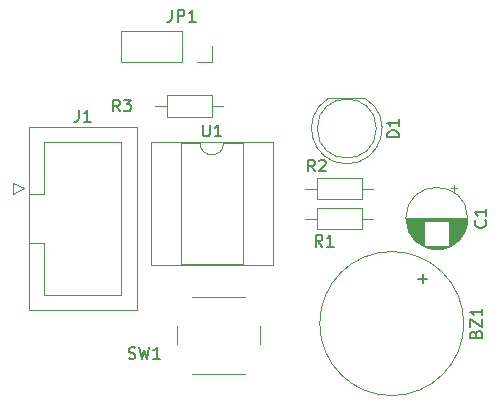
<source format=gbr>
G04 #@! TF.GenerationSoftware,KiCad,Pcbnew,6.0.8-1.fc36*
G04 #@! TF.CreationDate,2022-10-16T22:13:40-05:00*
G04 #@! TF.ProjectId,Pomodoro,506f6d6f-646f-4726-9f2e-6b696361645f,rev?*
G04 #@! TF.SameCoordinates,Original*
G04 #@! TF.FileFunction,Legend,Top*
G04 #@! TF.FilePolarity,Positive*
%FSLAX46Y46*%
G04 Gerber Fmt 4.6, Leading zero omitted, Abs format (unit mm)*
G04 Created by KiCad (PCBNEW 6.0.8-1.fc36) date 2022-10-16 22:13:40*
%MOMM*%
%LPD*%
G01*
G04 APERTURE LIST*
%ADD10C,0.150000*%
%ADD11C,0.120000*%
G04 APERTURE END LIST*
D10*
X111268571Y-127880952D02*
X111316190Y-127738095D01*
X111363809Y-127690476D01*
X111459047Y-127642857D01*
X111601904Y-127642857D01*
X111697142Y-127690476D01*
X111744761Y-127738095D01*
X111792380Y-127833333D01*
X111792380Y-128214285D01*
X110792380Y-128214285D01*
X110792380Y-127880952D01*
X110840000Y-127785714D01*
X110887619Y-127738095D01*
X110982857Y-127690476D01*
X111078095Y-127690476D01*
X111173333Y-127738095D01*
X111220952Y-127785714D01*
X111268571Y-127880952D01*
X111268571Y-128214285D01*
X110792380Y-127309523D02*
X110792380Y-126642857D01*
X111792380Y-127309523D01*
X111792380Y-126642857D01*
X111792380Y-125738095D02*
X111792380Y-126309523D01*
X111792380Y-126023809D02*
X110792380Y-126023809D01*
X110935238Y-126119047D01*
X111030476Y-126214285D01*
X111078095Y-126309523D01*
X106751428Y-123570952D02*
X106751428Y-122809047D01*
X107132380Y-123190000D02*
X106370476Y-123190000D01*
X112057142Y-118256666D02*
X112104761Y-118304285D01*
X112152380Y-118447142D01*
X112152380Y-118542380D01*
X112104761Y-118685238D01*
X112009523Y-118780476D01*
X111914285Y-118828095D01*
X111723809Y-118875714D01*
X111580952Y-118875714D01*
X111390476Y-118828095D01*
X111295238Y-118780476D01*
X111200000Y-118685238D01*
X111152380Y-118542380D01*
X111152380Y-118447142D01*
X111200000Y-118304285D01*
X111247619Y-118256666D01*
X112152380Y-117304285D02*
X112152380Y-117875714D01*
X112152380Y-117590000D02*
X111152380Y-117590000D01*
X111295238Y-117685238D01*
X111390476Y-117780476D01*
X111438095Y-117875714D01*
X104742380Y-111223095D02*
X103742380Y-111223095D01*
X103742380Y-110985000D01*
X103790000Y-110842142D01*
X103885238Y-110746904D01*
X103980476Y-110699285D01*
X104170952Y-110651666D01*
X104313809Y-110651666D01*
X104504285Y-110699285D01*
X104599523Y-110746904D01*
X104694761Y-110842142D01*
X104742380Y-110985000D01*
X104742380Y-111223095D01*
X104742380Y-109699285D02*
X104742380Y-110270714D01*
X104742380Y-109985000D02*
X103742380Y-109985000D01*
X103885238Y-110080238D01*
X103980476Y-110175476D01*
X104028095Y-110270714D01*
X77654166Y-108917380D02*
X77654166Y-109631666D01*
X77606547Y-109774523D01*
X77511309Y-109869761D01*
X77368452Y-109917380D01*
X77273214Y-109917380D01*
X78654166Y-109917380D02*
X78082738Y-109917380D01*
X78368452Y-109917380D02*
X78368452Y-108917380D01*
X78273214Y-109060238D01*
X78177976Y-109155476D01*
X78082738Y-109203095D01*
X85526666Y-100442380D02*
X85526666Y-101156666D01*
X85479047Y-101299523D01*
X85383809Y-101394761D01*
X85240952Y-101442380D01*
X85145714Y-101442380D01*
X86002857Y-101442380D02*
X86002857Y-100442380D01*
X86383809Y-100442380D01*
X86479047Y-100490000D01*
X86526666Y-100537619D01*
X86574285Y-100632857D01*
X86574285Y-100775714D01*
X86526666Y-100870952D01*
X86479047Y-100918571D01*
X86383809Y-100966190D01*
X86002857Y-100966190D01*
X87526666Y-101442380D02*
X86955238Y-101442380D01*
X87240952Y-101442380D02*
X87240952Y-100442380D01*
X87145714Y-100585238D01*
X87050476Y-100680476D01*
X86955238Y-100728095D01*
X98258333Y-120482380D02*
X97925000Y-120006190D01*
X97686904Y-120482380D02*
X97686904Y-119482380D01*
X98067857Y-119482380D01*
X98163095Y-119530000D01*
X98210714Y-119577619D01*
X98258333Y-119672857D01*
X98258333Y-119815714D01*
X98210714Y-119910952D01*
X98163095Y-119958571D01*
X98067857Y-120006190D01*
X97686904Y-120006190D01*
X99210714Y-120482380D02*
X98639285Y-120482380D01*
X98925000Y-120482380D02*
X98925000Y-119482380D01*
X98829761Y-119625238D01*
X98734523Y-119720476D01*
X98639285Y-119768095D01*
X81113333Y-109037380D02*
X80780000Y-108561190D01*
X80541904Y-109037380D02*
X80541904Y-108037380D01*
X80922857Y-108037380D01*
X81018095Y-108085000D01*
X81065714Y-108132619D01*
X81113333Y-108227857D01*
X81113333Y-108370714D01*
X81065714Y-108465952D01*
X81018095Y-108513571D01*
X80922857Y-108561190D01*
X80541904Y-108561190D01*
X81446666Y-108037380D02*
X82065714Y-108037380D01*
X81732380Y-108418333D01*
X81875238Y-108418333D01*
X81970476Y-108465952D01*
X82018095Y-108513571D01*
X82065714Y-108608809D01*
X82065714Y-108846904D01*
X82018095Y-108942142D01*
X81970476Y-108989761D01*
X81875238Y-109037380D01*
X81589523Y-109037380D01*
X81494285Y-108989761D01*
X81446666Y-108942142D01*
X81851666Y-129944761D02*
X81994523Y-129992380D01*
X82232619Y-129992380D01*
X82327857Y-129944761D01*
X82375476Y-129897142D01*
X82423095Y-129801904D01*
X82423095Y-129706666D01*
X82375476Y-129611428D01*
X82327857Y-129563809D01*
X82232619Y-129516190D01*
X82042142Y-129468571D01*
X81946904Y-129420952D01*
X81899285Y-129373333D01*
X81851666Y-129278095D01*
X81851666Y-129182857D01*
X81899285Y-129087619D01*
X81946904Y-129040000D01*
X82042142Y-128992380D01*
X82280238Y-128992380D01*
X82423095Y-129040000D01*
X82756428Y-128992380D02*
X82994523Y-129992380D01*
X83185000Y-129278095D01*
X83375476Y-129992380D01*
X83613571Y-128992380D01*
X84518333Y-129992380D02*
X83946904Y-129992380D01*
X84232619Y-129992380D02*
X84232619Y-128992380D01*
X84137380Y-129135238D01*
X84042142Y-129230476D01*
X83946904Y-129278095D01*
X88148095Y-110162380D02*
X88148095Y-110971904D01*
X88195714Y-111067142D01*
X88243333Y-111114761D01*
X88338571Y-111162380D01*
X88529047Y-111162380D01*
X88624285Y-111114761D01*
X88671904Y-111067142D01*
X88719523Y-110971904D01*
X88719523Y-110162380D01*
X89719523Y-111162380D02*
X89148095Y-111162380D01*
X89433809Y-111162380D02*
X89433809Y-110162380D01*
X89338571Y-110305238D01*
X89243333Y-110400476D01*
X89148095Y-110448095D01*
X97623333Y-114117380D02*
X97290000Y-113641190D01*
X97051904Y-114117380D02*
X97051904Y-113117380D01*
X97432857Y-113117380D01*
X97528095Y-113165000D01*
X97575714Y-113212619D01*
X97623333Y-113307857D01*
X97623333Y-113450714D01*
X97575714Y-113545952D01*
X97528095Y-113593571D01*
X97432857Y-113641190D01*
X97051904Y-113641190D01*
X98004285Y-113212619D02*
X98051904Y-113165000D01*
X98147142Y-113117380D01*
X98385238Y-113117380D01*
X98480476Y-113165000D01*
X98528095Y-113212619D01*
X98575714Y-113307857D01*
X98575714Y-113403095D01*
X98528095Y-113545952D01*
X97956666Y-114117380D01*
X98575714Y-114117380D01*
D11*
X110240000Y-127000000D02*
G75*
G03*
X110240000Y-127000000I-6100000J0D01*
G01*
X110364000Y-119011000D02*
X108990000Y-119011000D01*
X110500000Y-118490000D02*
X108990000Y-118490000D01*
X106910000Y-119051000D02*
X105552000Y-119051000D01*
X106910000Y-119131000D02*
X105585000Y-119131000D01*
X106910000Y-119771000D02*
X105979000Y-119771000D01*
X109776000Y-119931000D02*
X108990000Y-119931000D01*
X106910000Y-119211000D02*
X105621000Y-119211000D01*
X106910000Y-120331000D02*
X106631000Y-120331000D01*
X109921000Y-119771000D02*
X108990000Y-119771000D01*
X109851000Y-119851000D02*
X108990000Y-119851000D01*
X108865000Y-120531000D02*
X107035000Y-120531000D01*
X110072000Y-119571000D02*
X108990000Y-119571000D01*
X109675000Y-115535225D02*
X109175000Y-115535225D01*
X110451000Y-118730000D02*
X108990000Y-118730000D01*
X110279000Y-119211000D02*
X108990000Y-119211000D01*
X109425000Y-115285225D02*
X109425000Y-115785225D01*
X110430000Y-118811000D02*
X108990000Y-118811000D01*
X106910000Y-120251000D02*
X106507000Y-120251000D01*
X106910000Y-119851000D02*
X106049000Y-119851000D01*
X109735000Y-119971000D02*
X108990000Y-119971000D01*
X110405000Y-118891000D02*
X108990000Y-118891000D01*
X106910000Y-119171000D02*
X105602000Y-119171000D01*
X110015000Y-119651000D02*
X108990000Y-119651000D01*
X110197000Y-119371000D02*
X108990000Y-119371000D01*
X110441000Y-118770000D02*
X108990000Y-118770000D01*
X110486000Y-118570000D02*
X108990000Y-118570000D01*
X106910000Y-119331000D02*
X105682000Y-119331000D01*
X106910000Y-118450000D02*
X105394000Y-118450000D01*
X110150000Y-119451000D02*
X108990000Y-119451000D01*
X106910000Y-118490000D02*
X105400000Y-118490000D01*
X106910000Y-119651000D02*
X105885000Y-119651000D01*
X106910000Y-119691000D02*
X105915000Y-119691000D01*
X110218000Y-119331000D02*
X108990000Y-119331000D01*
X106910000Y-118851000D02*
X105482000Y-118851000D01*
X106910000Y-120171000D02*
X106396000Y-120171000D01*
X109269000Y-120331000D02*
X108990000Y-120331000D01*
X106910000Y-119531000D02*
X105801000Y-119531000D01*
X110523000Y-118290000D02*
X105377000Y-118290000D01*
X110240000Y-119291000D02*
X108990000Y-119291000D01*
X106910000Y-119251000D02*
X105640000Y-119251000D01*
X109048000Y-120451000D02*
X106852000Y-120451000D01*
X109887000Y-119811000D02*
X108990000Y-119811000D01*
X110511000Y-118410000D02*
X108990000Y-118410000D01*
X106910000Y-119371000D02*
X105703000Y-119371000D01*
X106910000Y-119571000D02*
X105828000Y-119571000D01*
X106910000Y-119811000D02*
X106013000Y-119811000D01*
X109814000Y-119891000D02*
X108990000Y-119891000D01*
X109693000Y-120011000D02*
X108990000Y-120011000D01*
X106910000Y-120051000D02*
X106251000Y-120051000D01*
X106910000Y-118570000D02*
X105414000Y-118570000D01*
X106910000Y-120211000D02*
X106450000Y-120211000D01*
X110045000Y-119611000D02*
X108990000Y-119611000D01*
X110125000Y-119491000D02*
X108990000Y-119491000D01*
X109333000Y-120291000D02*
X108990000Y-120291000D01*
X110378000Y-118971000D02*
X108990000Y-118971000D01*
X110528000Y-118210000D02*
X105372000Y-118210000D01*
X106910000Y-119291000D02*
X105660000Y-119291000D01*
X109603000Y-120091000D02*
X108990000Y-120091000D01*
X106910000Y-119971000D02*
X106165000Y-119971000D01*
X106910000Y-120371000D02*
X106699000Y-120371000D01*
X110461000Y-118690000D02*
X108990000Y-118690000D01*
X106910000Y-119731000D02*
X105946000Y-119731000D01*
X109954000Y-119731000D02*
X108990000Y-119731000D01*
X110519000Y-118330000D02*
X108990000Y-118330000D01*
X106910000Y-119891000D02*
X106086000Y-119891000D01*
X106910000Y-118370000D02*
X105385000Y-118370000D01*
X110493000Y-118530000D02*
X108990000Y-118530000D01*
X106910000Y-119611000D02*
X105855000Y-119611000D01*
X106910000Y-120091000D02*
X106297000Y-120091000D01*
X106910000Y-118530000D02*
X105407000Y-118530000D01*
X110260000Y-119251000D02*
X108990000Y-119251000D01*
X106910000Y-120011000D02*
X106207000Y-120011000D01*
X106910000Y-118650000D02*
X105430000Y-118650000D01*
X109393000Y-120251000D02*
X108990000Y-120251000D01*
X110315000Y-119131000D02*
X108990000Y-119131000D01*
X110392000Y-118931000D02*
X108990000Y-118931000D01*
X106910000Y-119931000D02*
X106124000Y-119931000D01*
X106910000Y-118410000D02*
X105389000Y-118410000D01*
X106910000Y-119491000D02*
X105775000Y-119491000D01*
X106910000Y-119091000D02*
X105568000Y-119091000D01*
X106910000Y-120131000D02*
X106345000Y-120131000D01*
X106910000Y-120291000D02*
X106567000Y-120291000D01*
X108961000Y-120491000D02*
X106939000Y-120491000D01*
X110515000Y-118370000D02*
X108990000Y-118370000D01*
X106910000Y-119411000D02*
X105726000Y-119411000D01*
X108468000Y-120651000D02*
X107432000Y-120651000D01*
X106910000Y-118811000D02*
X105470000Y-118811000D01*
X110174000Y-119411000D02*
X108990000Y-119411000D01*
X110418000Y-118851000D02*
X108990000Y-118851000D01*
X110506000Y-118450000D02*
X108990000Y-118450000D01*
X109201000Y-120371000D02*
X108990000Y-120371000D01*
X106910000Y-118931000D02*
X105508000Y-118931000D01*
X106910000Y-118770000D02*
X105459000Y-118770000D01*
X106910000Y-118730000D02*
X105449000Y-118730000D01*
X110470000Y-118650000D02*
X108990000Y-118650000D01*
X108627000Y-120611000D02*
X107273000Y-120611000D01*
X106910000Y-118610000D02*
X105422000Y-118610000D01*
X110332000Y-119091000D02*
X108990000Y-119091000D01*
X110099000Y-119531000D02*
X108990000Y-119531000D01*
X108234000Y-120691000D02*
X107666000Y-120691000D01*
X106910000Y-118971000D02*
X105522000Y-118971000D01*
X106910000Y-119451000D02*
X105750000Y-119451000D01*
X110529000Y-118170000D02*
X105371000Y-118170000D01*
X106910000Y-118330000D02*
X105381000Y-118330000D01*
X109985000Y-119691000D02*
X108990000Y-119691000D01*
X109450000Y-120211000D02*
X108990000Y-120211000D01*
X109128000Y-120411000D02*
X106772000Y-120411000D01*
X106910000Y-118891000D02*
X105495000Y-118891000D01*
X110530000Y-118130000D02*
X105370000Y-118130000D01*
X106910000Y-118690000D02*
X105439000Y-118690000D01*
X110348000Y-119051000D02*
X108990000Y-119051000D01*
X110526000Y-118250000D02*
X105374000Y-118250000D01*
X109555000Y-120131000D02*
X108990000Y-120131000D01*
X110298000Y-119171000D02*
X108990000Y-119171000D01*
X106910000Y-119011000D02*
X105536000Y-119011000D01*
X110530000Y-118090000D02*
X105370000Y-118090000D01*
X109649000Y-120051000D02*
X108990000Y-120051000D01*
X110478000Y-118610000D02*
X108990000Y-118610000D01*
X108755000Y-120571000D02*
X107145000Y-120571000D01*
X109504000Y-120171000D02*
X108990000Y-120171000D01*
X110570000Y-118090000D02*
G75*
G03*
X110570000Y-118090000I-2620000J0D01*
G01*
X101875000Y-107925000D02*
X98785000Y-107925000D01*
X98785170Y-107925000D02*
G75*
G03*
X100330462Y-113475000I1544830J-2560000D01*
G01*
X100329538Y-113475000D02*
G75*
G03*
X101874830Y-107925000I462J2990000D01*
G01*
X102830000Y-110485000D02*
G75*
G03*
X102830000Y-110485000I-2500000J0D01*
G01*
X74737500Y-116055000D02*
X74737500Y-111655000D01*
X82547500Y-110355000D02*
X82547500Y-125855000D01*
X74737500Y-120155000D02*
X73427500Y-120155000D01*
X74737500Y-124555000D02*
X74737500Y-120155000D01*
X73427500Y-116055000D02*
X74737500Y-116055000D01*
X73037500Y-115565000D02*
X72037500Y-115065000D01*
X72037500Y-115065000D02*
X72037500Y-116065000D01*
X82547500Y-125855000D02*
X73427500Y-125855000D01*
X74737500Y-111655000D02*
X81237500Y-111655000D01*
X81237500Y-111655000D02*
X81237500Y-124555000D01*
X72037500Y-116065000D02*
X73037500Y-115565000D01*
X73427500Y-110355000D02*
X82547500Y-110355000D01*
X74737500Y-120155000D02*
X74737500Y-120155000D01*
X81237500Y-124555000D02*
X74737500Y-124555000D01*
X73427500Y-125855000D02*
X73427500Y-110355000D01*
X86360000Y-104860000D02*
X81220000Y-104860000D01*
X81220000Y-102200000D02*
X81220000Y-104860000D01*
X88960000Y-104860000D02*
X87630000Y-104860000D01*
X88960000Y-103530000D02*
X88960000Y-104860000D01*
X86360000Y-102200000D02*
X86360000Y-104860000D01*
X86360000Y-102200000D02*
X81220000Y-102200000D01*
X97775000Y-117190000D02*
X97775000Y-119030000D01*
X101615000Y-119030000D02*
X101615000Y-117190000D01*
X102565000Y-118110000D02*
X101615000Y-118110000D01*
X97775000Y-119030000D02*
X101615000Y-119030000D01*
X101615000Y-117190000D02*
X97775000Y-117190000D01*
X96825000Y-118110000D02*
X97775000Y-118110000D01*
X88915000Y-109505000D02*
X88915000Y-107665000D01*
X88915000Y-107665000D02*
X85075000Y-107665000D01*
X89865000Y-108585000D02*
X88915000Y-108585000D01*
X85075000Y-109505000D02*
X88915000Y-109505000D01*
X85075000Y-107665000D02*
X85075000Y-109505000D01*
X84125000Y-108585000D02*
X85075000Y-108585000D01*
X87210000Y-131230000D02*
X91710000Y-131230000D01*
X85960000Y-127230000D02*
X85960000Y-128730000D01*
X91710000Y-124730000D02*
X87210000Y-124730000D01*
X92960000Y-128730000D02*
X92960000Y-127230000D01*
X83770000Y-111650000D02*
X83770000Y-122050000D01*
X87910000Y-111710000D02*
X86260000Y-111710000D01*
X94050000Y-122050000D02*
X94050000Y-111650000D01*
X94050000Y-111650000D02*
X83770000Y-111650000D01*
X91560000Y-121990000D02*
X91560000Y-111710000D01*
X86260000Y-111710000D02*
X86260000Y-121990000D01*
X83770000Y-122050000D02*
X94050000Y-122050000D01*
X86260000Y-121990000D02*
X91560000Y-121990000D01*
X91560000Y-111710000D02*
X89910000Y-111710000D01*
X87910000Y-111710000D02*
G75*
G03*
X89910000Y-111710000I1000000J0D01*
G01*
X101615000Y-116490000D02*
X101615000Y-114650000D01*
X97775000Y-116490000D02*
X101615000Y-116490000D01*
X96825000Y-115570000D02*
X97775000Y-115570000D01*
X101615000Y-114650000D02*
X97775000Y-114650000D01*
X102565000Y-115570000D02*
X101615000Y-115570000D01*
X97775000Y-114650000D02*
X97775000Y-116490000D01*
M02*

</source>
